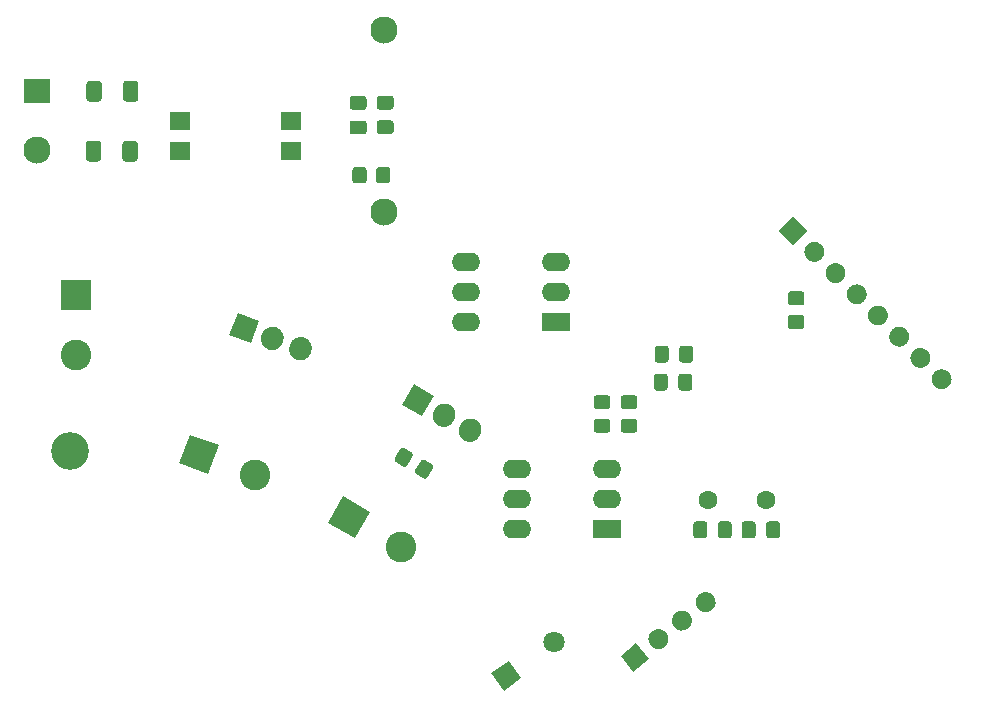
<source format=gbr>
%TF.GenerationSoftware,KiCad,Pcbnew,(5.1.9)-1*%
%TF.CreationDate,2021-12-25T05:37:13+03:00*%
%TF.ProjectId,filadry2,66696c61-6472-4793-922e-6b696361645f,rev?*%
%TF.SameCoordinates,Original*%
%TF.FileFunction,Soldermask,Bot*%
%TF.FilePolarity,Negative*%
%FSLAX46Y46*%
G04 Gerber Fmt 4.6, Leading zero omitted, Abs format (unit mm)*
G04 Created by KiCad (PCBNEW (5.1.9)-1) date 2021-12-25 05:37:13*
%MOMM*%
%LPD*%
G01*
G04 APERTURE LIST*
%ADD10C,3.200000*%
%ADD11C,2.300000*%
%ADD12R,2.300000X2.000000*%
%ADD13C,1.600000*%
%ADD14O,2.400000X1.600000*%
%ADD15R,2.400000X1.600000*%
%ADD16R,1.700000X1.500000*%
%ADD17C,0.100000*%
%ADD18R,2.600000X2.600000*%
%ADD19C,2.600000*%
%ADD20C,1.800000*%
G04 APERTURE END LIST*
D10*
%TO.C,H1*%
X25704800Y-63093600D03*
%TD*%
D11*
%TO.C,PS1*%
X52310800Y-42813600D03*
X22910800Y-37613600D03*
D12*
X22910800Y-32613600D03*
D11*
X52310800Y-27413600D03*
%TD*%
D13*
%TO.C,Y1*%
X84584646Y-67214675D03*
X79684646Y-67214675D03*
%TD*%
D14*
%TO.C,U4*%
X63550800Y-69697600D03*
X71170800Y-64617600D03*
X63550800Y-67157600D03*
X71170800Y-67157600D03*
X63550800Y-64617600D03*
D15*
X71170800Y-69697600D03*
%TD*%
D14*
%TO.C,U3*%
X59232800Y-52171600D03*
X66852800Y-47091600D03*
X59232800Y-49631600D03*
X66852800Y-49631600D03*
X59232800Y-47091600D03*
D15*
X66852800Y-52171600D03*
%TD*%
D16*
%TO.C,U2*%
X44374800Y-37693600D03*
X44374800Y-35153600D03*
X34974800Y-35153600D03*
X34974800Y-37693600D03*
%TD*%
%TO.C,R15*%
G36*
G01*
X54932184Y-64707313D02*
X55382185Y-63927888D01*
G75*
G02*
X55723690Y-63836382I216505J-124999D01*
G01*
X56329909Y-64186383D01*
G75*
G02*
X56421414Y-64527887I-125000J-216505D01*
G01*
X55971413Y-65307312D01*
G75*
G02*
X55629908Y-65398818I-216505J124999D01*
G01*
X55023689Y-65048817D01*
G75*
G02*
X54932184Y-64707313I125000J216505D01*
G01*
G37*
G36*
G01*
X53200134Y-63707313D02*
X53650135Y-62927888D01*
G75*
G02*
X53991640Y-62836382I216505J-124999D01*
G01*
X54597859Y-63186383D01*
G75*
G02*
X54689364Y-63527887I-125000J-216505D01*
G01*
X54239363Y-64307312D01*
G75*
G02*
X53897858Y-64398818I-216505J124999D01*
G01*
X53291639Y-64048817D01*
G75*
G02*
X53200134Y-63707313I125000J216505D01*
G01*
G37*
%TD*%
%TO.C,R13*%
G36*
G01*
X28386800Y-31988600D02*
X28386800Y-33238600D01*
G75*
G02*
X28136800Y-33488600I-250000J0D01*
G01*
X27336800Y-33488600D01*
G75*
G02*
X27086800Y-33238600I0J250000D01*
G01*
X27086800Y-31988600D01*
G75*
G02*
X27336800Y-31738600I250000J0D01*
G01*
X28136800Y-31738600D01*
G75*
G02*
X28386800Y-31988600I0J-250000D01*
G01*
G37*
G36*
G01*
X31486800Y-31988600D02*
X31486800Y-33238600D01*
G75*
G02*
X31236800Y-33488600I-250000J0D01*
G01*
X30436800Y-33488600D01*
G75*
G02*
X30186800Y-33238600I0J250000D01*
G01*
X30186800Y-31988600D01*
G75*
G02*
X30436800Y-31738600I250000J0D01*
G01*
X31236800Y-31738600D01*
G75*
G02*
X31486800Y-31988600I0J-250000D01*
G01*
G37*
%TD*%
%TO.C,R12*%
G36*
G01*
X28334800Y-37068600D02*
X28334800Y-38318600D01*
G75*
G02*
X28084800Y-38568600I-250000J0D01*
G01*
X27284800Y-38568600D01*
G75*
G02*
X27034800Y-38318600I0J250000D01*
G01*
X27034800Y-37068600D01*
G75*
G02*
X27284800Y-36818600I250000J0D01*
G01*
X28084800Y-36818600D01*
G75*
G02*
X28334800Y-37068600I0J-250000D01*
G01*
G37*
G36*
G01*
X31434800Y-37068600D02*
X31434800Y-38318600D01*
G75*
G02*
X31184800Y-38568600I-250000J0D01*
G01*
X30384800Y-38568600D01*
G75*
G02*
X30134800Y-38318600I0J250000D01*
G01*
X30134800Y-37068600D01*
G75*
G02*
X30384800Y-36818600I250000J0D01*
G01*
X31184800Y-36818600D01*
G75*
G02*
X31434800Y-37068600I0J-250000D01*
G01*
G37*
%TD*%
%TO.C,R9*%
G36*
G01*
X50806400Y-39275599D02*
X50806400Y-40175601D01*
G75*
G02*
X50556401Y-40425600I-249999J0D01*
G01*
X49856399Y-40425600D01*
G75*
G02*
X49606400Y-40175601I0J249999D01*
G01*
X49606400Y-39275599D01*
G75*
G02*
X49856399Y-39025600I249999J0D01*
G01*
X50556401Y-39025600D01*
G75*
G02*
X50806400Y-39275599I0J-249999D01*
G01*
G37*
G36*
G01*
X52806400Y-39275599D02*
X52806400Y-40175601D01*
G75*
G02*
X52556401Y-40425600I-249999J0D01*
G01*
X51856399Y-40425600D01*
G75*
G02*
X51606400Y-40175601I0J249999D01*
G01*
X51606400Y-39275599D01*
G75*
G02*
X51856399Y-39025600I249999J0D01*
G01*
X52556401Y-39025600D01*
G75*
G02*
X52806400Y-39275599I0J-249999D01*
G01*
G37*
%TD*%
%TO.C,R5*%
G36*
G01*
X86722799Y-51555600D02*
X87622801Y-51555600D01*
G75*
G02*
X87872800Y-51805599I0J-249999D01*
G01*
X87872800Y-52505601D01*
G75*
G02*
X87622801Y-52755600I-249999J0D01*
G01*
X86722799Y-52755600D01*
G75*
G02*
X86472800Y-52505601I0J249999D01*
G01*
X86472800Y-51805599D01*
G75*
G02*
X86722799Y-51555600I249999J0D01*
G01*
G37*
G36*
G01*
X86722799Y-49555600D02*
X87622801Y-49555600D01*
G75*
G02*
X87872800Y-49805599I0J-249999D01*
G01*
X87872800Y-50505601D01*
G75*
G02*
X87622801Y-50755600I-249999J0D01*
G01*
X86722799Y-50755600D01*
G75*
G02*
X86472800Y-50505601I0J249999D01*
G01*
X86472800Y-49805599D01*
G75*
G02*
X86722799Y-49555600I249999J0D01*
G01*
G37*
%TD*%
%TO.C,R4*%
G36*
G01*
X73474194Y-59539502D02*
X72574192Y-59539502D01*
G75*
G02*
X72324193Y-59289503I0J249999D01*
G01*
X72324193Y-58589501D01*
G75*
G02*
X72574192Y-58339502I249999J0D01*
G01*
X73474194Y-58339502D01*
G75*
G02*
X73724193Y-58589501I0J-249999D01*
G01*
X73724193Y-59289503D01*
G75*
G02*
X73474194Y-59539502I-249999J0D01*
G01*
G37*
G36*
G01*
X73474194Y-61539502D02*
X72574192Y-61539502D01*
G75*
G02*
X72324193Y-61289503I0J249999D01*
G01*
X72324193Y-60589501D01*
G75*
G02*
X72574192Y-60339502I249999J0D01*
G01*
X73474194Y-60339502D01*
G75*
G02*
X73724193Y-60589501I0J-249999D01*
G01*
X73724193Y-61289503D01*
G75*
G02*
X73474194Y-61539502I-249999J0D01*
G01*
G37*
%TD*%
%TO.C,R3*%
G36*
G01*
X71188188Y-59539500D02*
X70288186Y-59539500D01*
G75*
G02*
X70038187Y-59289501I0J249999D01*
G01*
X70038187Y-58589499D01*
G75*
G02*
X70288186Y-58339500I249999J0D01*
G01*
X71188188Y-58339500D01*
G75*
G02*
X71438187Y-58589499I0J-249999D01*
G01*
X71438187Y-59289501D01*
G75*
G02*
X71188188Y-59539500I-249999J0D01*
G01*
G37*
G36*
G01*
X71188188Y-61539500D02*
X70288186Y-61539500D01*
G75*
G02*
X70038187Y-61289501I0J249999D01*
G01*
X70038187Y-60589499D01*
G75*
G02*
X70288186Y-60339500I249999J0D01*
G01*
X71188188Y-60339500D01*
G75*
G02*
X71438187Y-60589499I0J-249999D01*
G01*
X71438187Y-61289501D01*
G75*
G02*
X71188188Y-61539500I-249999J0D01*
G01*
G37*
%TD*%
D17*
%TO.C,Q3*%
G36*
X53843911Y-59165375D02*
G01*
X54843911Y-57433325D01*
X56493689Y-58385825D01*
X55493689Y-60117875D01*
X53843911Y-59165375D01*
G37*
G36*
G01*
X56519866Y-59610486D02*
X56567366Y-59528214D01*
G75*
G02*
X57868505Y-59179575I824889J-476250D01*
G01*
X57868505Y-59179575D01*
G75*
G02*
X58217144Y-60480714I-476250J-824889D01*
G01*
X58169644Y-60562986D01*
G75*
G02*
X56868505Y-60911625I-824889J476250D01*
G01*
X56868505Y-60911625D01*
G75*
G02*
X56519866Y-59610486I476250J824889D01*
G01*
G37*
G36*
G01*
X58719570Y-60880486D02*
X58767070Y-60798214D01*
G75*
G02*
X60068209Y-60449575I824889J-476250D01*
G01*
X60068209Y-60449575D01*
G75*
G02*
X60416848Y-61750714I-476250J-824889D01*
G01*
X60369348Y-61832986D01*
G75*
G02*
X59068209Y-62181625I-824889J476250D01*
G01*
X59068209Y-62181625D01*
G75*
G02*
X58719570Y-60880486I476250J824889D01*
G01*
G37*
%TD*%
%TO.C,Q2*%
G36*
X39199723Y-53293518D02*
G01*
X39883763Y-51414133D01*
X41673877Y-52065682D01*
X40989837Y-53945067D01*
X39199723Y-53293518D01*
G37*
G36*
G01*
X41912316Y-53267192D02*
X41944808Y-53177922D01*
G75*
G02*
X43165639Y-52608639I895057J-325774D01*
G01*
X43165639Y-52608639D01*
G75*
G02*
X43734922Y-53829470I-325774J-895057D01*
G01*
X43702430Y-53918740D01*
G75*
G02*
X42481599Y-54488023I-895057J325774D01*
G01*
X42481599Y-54488023D01*
G75*
G02*
X41912316Y-53267192I325774J895057D01*
G01*
G37*
G36*
G01*
X44299136Y-54135923D02*
X44331628Y-54046653D01*
G75*
G02*
X45552459Y-53477370I895057J-325774D01*
G01*
X45552459Y-53477370D01*
G75*
G02*
X46121742Y-54698201I-325774J-895057D01*
G01*
X46089250Y-54787471D01*
G75*
G02*
X44868419Y-55356754I-895057J325774D01*
G01*
X44868419Y-55356754D01*
G75*
G02*
X44299136Y-54135923I325774J895057D01*
G01*
G37*
%TD*%
D18*
%TO.C,J6*%
X26212800Y-49885600D03*
D19*
X26212800Y-54965600D03*
%TD*%
D17*
%TO.C,J4*%
G36*
X47550967Y-69157433D02*
G01*
X48850967Y-66905767D01*
X51102633Y-68205767D01*
X49802633Y-70457433D01*
X47550967Y-69157433D01*
G37*
D19*
X53726209Y-71221600D03*
%TD*%
D17*
%TO.C,J3*%
G36*
X34960573Y-64124574D02*
G01*
X35849826Y-61681373D01*
X38293027Y-62570626D01*
X37403774Y-65013827D01*
X34960573Y-64124574D01*
G37*
D19*
X41400439Y-65085062D03*
%TD*%
%TO.C,J2*%
G36*
G01*
X98890118Y-57598000D02*
X98890118Y-57598000D01*
G75*
G02*
X98890118Y-56395918I601041J601041D01*
G01*
X98890118Y-56395918D01*
G75*
G02*
X100092200Y-56395918I601041J-601041D01*
G01*
X100092200Y-56395918D01*
G75*
G02*
X100092200Y-57598000I-601041J-601041D01*
G01*
X100092200Y-57598000D01*
G75*
G02*
X98890118Y-57598000I-601041J601041D01*
G01*
G37*
G36*
G01*
X97094066Y-55801948D02*
X97094066Y-55801948D01*
G75*
G02*
X97094066Y-54599866I601041J601041D01*
G01*
X97094066Y-54599866D01*
G75*
G02*
X98296148Y-54599866I601041J-601041D01*
G01*
X98296148Y-54599866D01*
G75*
G02*
X98296148Y-55801948I-601041J-601041D01*
G01*
X98296148Y-55801948D01*
G75*
G02*
X97094066Y-55801948I-601041J601041D01*
G01*
G37*
G36*
G01*
X95298015Y-54005897D02*
X95298015Y-54005897D01*
G75*
G02*
X95298015Y-52803815I601041J601041D01*
G01*
X95298015Y-52803815D01*
G75*
G02*
X96500097Y-52803815I601041J-601041D01*
G01*
X96500097Y-52803815D01*
G75*
G02*
X96500097Y-54005897I-601041J-601041D01*
G01*
X96500097Y-54005897D01*
G75*
G02*
X95298015Y-54005897I-601041J601041D01*
G01*
G37*
G36*
G01*
X93501964Y-52209846D02*
X93501964Y-52209846D01*
G75*
G02*
X93501964Y-51007764I601041J601041D01*
G01*
X93501964Y-51007764D01*
G75*
G02*
X94704046Y-51007764I601041J-601041D01*
G01*
X94704046Y-51007764D01*
G75*
G02*
X94704046Y-52209846I-601041J-601041D01*
G01*
X94704046Y-52209846D01*
G75*
G02*
X93501964Y-52209846I-601041J601041D01*
G01*
G37*
G36*
G01*
X91705913Y-50413795D02*
X91705913Y-50413795D01*
G75*
G02*
X91705913Y-49211713I601041J601041D01*
G01*
X91705913Y-49211713D01*
G75*
G02*
X92907995Y-49211713I601041J-601041D01*
G01*
X92907995Y-49211713D01*
G75*
G02*
X92907995Y-50413795I-601041J-601041D01*
G01*
X92907995Y-50413795D01*
G75*
G02*
X91705913Y-50413795I-601041J601041D01*
G01*
G37*
G36*
G01*
X89909861Y-48617743D02*
X89909861Y-48617743D01*
G75*
G02*
X89909861Y-47415661I601041J601041D01*
G01*
X89909861Y-47415661D01*
G75*
G02*
X91111943Y-47415661I601041J-601041D01*
G01*
X91111943Y-47415661D01*
G75*
G02*
X91111943Y-48617743I-601041J-601041D01*
G01*
X91111943Y-48617743D01*
G75*
G02*
X89909861Y-48617743I-601041J601041D01*
G01*
G37*
G36*
G01*
X88113810Y-46821692D02*
X88113810Y-46821692D01*
G75*
G02*
X88113810Y-45619610I601041J601041D01*
G01*
X88113810Y-45619610D01*
G75*
G02*
X89315892Y-45619610I601041J-601041D01*
G01*
X89315892Y-45619610D01*
G75*
G02*
X89315892Y-46821692I-601041J-601041D01*
G01*
X89315892Y-46821692D01*
G75*
G02*
X88113810Y-46821692I-601041J601041D01*
G01*
G37*
D17*
G36*
X86918800Y-45626682D02*
G01*
X85716718Y-44424600D01*
X86918800Y-43222518D01*
X88120882Y-44424600D01*
X86918800Y-45626682D01*
G37*
%TD*%
%TO.C,J1*%
G36*
G01*
X80035554Y-76547269D02*
X80035554Y-76547269D01*
G75*
G02*
X78842433Y-76400772I-523312J669809D01*
G01*
X78842433Y-76400772D01*
G75*
G02*
X78988930Y-75207651I669809J523312D01*
G01*
X78988930Y-75207651D01*
G75*
G02*
X80182051Y-75354148I523312J-669809D01*
G01*
X80182051Y-75354148D01*
G75*
G02*
X80035554Y-76547269I-669809J-523312D01*
G01*
G37*
G36*
G01*
X78034007Y-78111049D02*
X78034007Y-78111049D01*
G75*
G02*
X76840886Y-77964552I-523312J669809D01*
G01*
X76840886Y-77964552D01*
G75*
G02*
X76987383Y-76771431I669809J523312D01*
G01*
X76987383Y-76771431D01*
G75*
G02*
X78180504Y-76917928I523312J-669809D01*
G01*
X78180504Y-76917928D01*
G75*
G02*
X78034007Y-78111049I-669809J-523312D01*
G01*
G37*
G36*
G01*
X76032459Y-79674829D02*
X76032459Y-79674829D01*
G75*
G02*
X74839338Y-79528332I-523312J669809D01*
G01*
X74839338Y-79528332D01*
G75*
G02*
X74985835Y-78335211I669809J523312D01*
G01*
X74985835Y-78335211D01*
G75*
G02*
X76178956Y-78481708I523312J-669809D01*
G01*
X76178956Y-78481708D01*
G75*
G02*
X76032459Y-79674829I-669809J-523312D01*
G01*
G37*
G36*
X74700721Y-80715297D02*
G01*
X73361103Y-81761921D01*
X72314479Y-80422303D01*
X73654097Y-79375679D01*
X74700721Y-80715297D01*
G37*
%TD*%
%TO.C,C6*%
G36*
G01*
X52849798Y-34174098D02*
X51899798Y-34174098D01*
G75*
G02*
X51649798Y-33924098I0J250000D01*
G01*
X51649798Y-33249098D01*
G75*
G02*
X51899798Y-32999098I250000J0D01*
G01*
X52849798Y-32999098D01*
G75*
G02*
X53099798Y-33249098I0J-250000D01*
G01*
X53099798Y-33924098D01*
G75*
G02*
X52849798Y-34174098I-250000J0D01*
G01*
G37*
G36*
G01*
X52849798Y-36249098D02*
X51899798Y-36249098D01*
G75*
G02*
X51649798Y-35999098I0J250000D01*
G01*
X51649798Y-35324098D01*
G75*
G02*
X51899798Y-35074098I250000J0D01*
G01*
X52849798Y-35074098D01*
G75*
G02*
X53099798Y-35324098I0J-250000D01*
G01*
X53099798Y-35999098D01*
G75*
G02*
X52849798Y-36249098I-250000J0D01*
G01*
G37*
%TD*%
%TO.C,C5*%
G36*
G01*
X50563800Y-34195600D02*
X49613800Y-34195600D01*
G75*
G02*
X49363800Y-33945600I0J250000D01*
G01*
X49363800Y-33270600D01*
G75*
G02*
X49613800Y-33020600I250000J0D01*
G01*
X50563800Y-33020600D01*
G75*
G02*
X50813800Y-33270600I0J-250000D01*
G01*
X50813800Y-33945600D01*
G75*
G02*
X50563800Y-34195600I-250000J0D01*
G01*
G37*
G36*
G01*
X50563800Y-36270600D02*
X49613800Y-36270600D01*
G75*
G02*
X49363800Y-36020600I0J250000D01*
G01*
X49363800Y-35345600D01*
G75*
G02*
X49613800Y-35095600I250000J0D01*
G01*
X50563800Y-35095600D01*
G75*
G02*
X50813800Y-35345600I0J-250000D01*
G01*
X50813800Y-36020600D01*
G75*
G02*
X50563800Y-36270600I-250000J0D01*
G01*
G37*
%TD*%
%TO.C,C4*%
G36*
G01*
X77273300Y-55352600D02*
X77273300Y-54402600D01*
G75*
G02*
X77523300Y-54152600I250000J0D01*
G01*
X78198300Y-54152600D01*
G75*
G02*
X78448300Y-54402600I0J-250000D01*
G01*
X78448300Y-55352600D01*
G75*
G02*
X78198300Y-55602600I-250000J0D01*
G01*
X77523300Y-55602600D01*
G75*
G02*
X77273300Y-55352600I0J250000D01*
G01*
G37*
G36*
G01*
X75198300Y-55352600D02*
X75198300Y-54402600D01*
G75*
G02*
X75448300Y-54152600I250000J0D01*
G01*
X76123300Y-54152600D01*
G75*
G02*
X76373300Y-54402600I0J-250000D01*
G01*
X76373300Y-55352600D01*
G75*
G02*
X76123300Y-55602600I-250000J0D01*
G01*
X75448300Y-55602600D01*
G75*
G02*
X75198300Y-55352600I0J250000D01*
G01*
G37*
%TD*%
%TO.C,C3*%
G36*
G01*
X77208800Y-57726600D02*
X77208800Y-56776600D01*
G75*
G02*
X77458800Y-56526600I250000J0D01*
G01*
X78133800Y-56526600D01*
G75*
G02*
X78383800Y-56776600I0J-250000D01*
G01*
X78383800Y-57726600D01*
G75*
G02*
X78133800Y-57976600I-250000J0D01*
G01*
X77458800Y-57976600D01*
G75*
G02*
X77208800Y-57726600I0J250000D01*
G01*
G37*
G36*
G01*
X75133800Y-57726600D02*
X75133800Y-56776600D01*
G75*
G02*
X75383800Y-56526600I250000J0D01*
G01*
X76058800Y-56526600D01*
G75*
G02*
X76308800Y-56776600I0J-250000D01*
G01*
X76308800Y-57726600D01*
G75*
G02*
X76058800Y-57976600I-250000J0D01*
G01*
X75383800Y-57976600D01*
G75*
G02*
X75133800Y-57726600I0J250000D01*
G01*
G37*
%TD*%
%TO.C,C2*%
G36*
G01*
X83738152Y-69279673D02*
X83738152Y-70229673D01*
G75*
G02*
X83488152Y-70479673I-250000J0D01*
G01*
X82813152Y-70479673D01*
G75*
G02*
X82563152Y-70229673I0J250000D01*
G01*
X82563152Y-69279673D01*
G75*
G02*
X82813152Y-69029673I250000J0D01*
G01*
X83488152Y-69029673D01*
G75*
G02*
X83738152Y-69279673I0J-250000D01*
G01*
G37*
G36*
G01*
X85813152Y-69279673D02*
X85813152Y-70229673D01*
G75*
G02*
X85563152Y-70479673I-250000J0D01*
G01*
X84888152Y-70479673D01*
G75*
G02*
X84638152Y-70229673I0J250000D01*
G01*
X84638152Y-69279673D01*
G75*
G02*
X84888152Y-69029673I250000J0D01*
G01*
X85563152Y-69029673D01*
G75*
G02*
X85813152Y-69279673I0J-250000D01*
G01*
G37*
%TD*%
%TO.C,C1*%
G36*
G01*
X80552647Y-70229676D02*
X80552647Y-69279676D01*
G75*
G02*
X80802647Y-69029676I250000J0D01*
G01*
X81477647Y-69029676D01*
G75*
G02*
X81727647Y-69279676I0J-250000D01*
G01*
X81727647Y-70229676D01*
G75*
G02*
X81477647Y-70479676I-250000J0D01*
G01*
X80802647Y-70479676D01*
G75*
G02*
X80552647Y-70229676I0J250000D01*
G01*
G37*
G36*
G01*
X78477647Y-70229676D02*
X78477647Y-69279676D01*
G75*
G02*
X78727647Y-69029676I250000J0D01*
G01*
X79402647Y-69029676D01*
G75*
G02*
X79652647Y-69279676I0J-250000D01*
G01*
X79652647Y-70229676D01*
G75*
G02*
X79402647Y-70479676I-250000J0D01*
G01*
X78727647Y-70479676D01*
G75*
G02*
X78477647Y-70229676I0J250000D01*
G01*
G37*
%TD*%
D20*
%TO.C,BZ1*%
X66716280Y-79236459D03*
D17*
G36*
X62399502Y-83357797D02*
G01*
X61367064Y-81883323D01*
X62841538Y-80850885D01*
X63873976Y-82325359D01*
X62399502Y-83357797D01*
G37*
%TD*%
M02*

</source>
